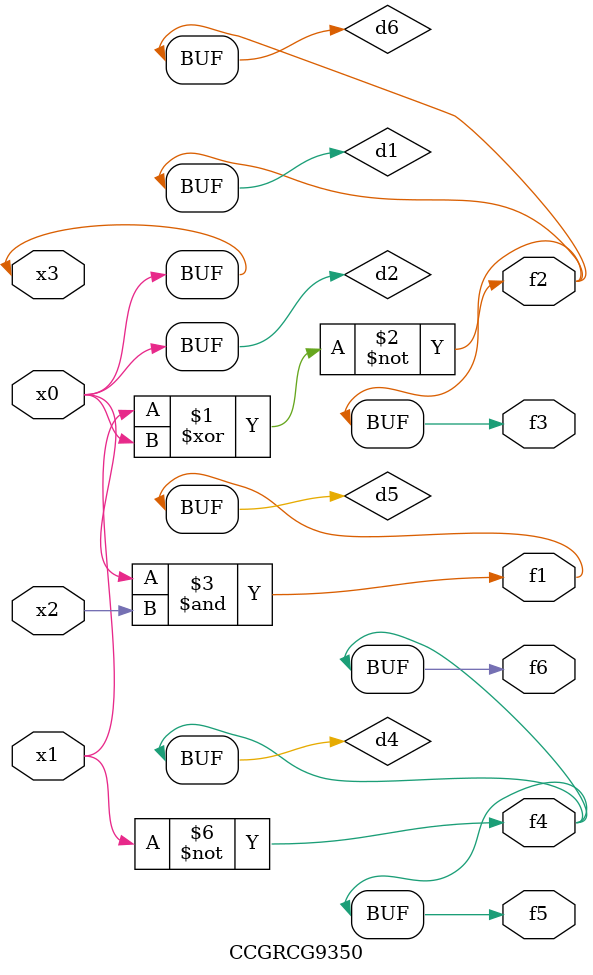
<source format=v>
module CCGRCG9350(
	input x0, x1, x2, x3,
	output f1, f2, f3, f4, f5, f6
);

	wire d1, d2, d3, d4, d5, d6;

	xnor (d1, x1, x3);
	buf (d2, x0, x3);
	nand (d3, x0, x2);
	not (d4, x1);
	nand (d5, d3);
	or (d6, d1);
	assign f1 = d5;
	assign f2 = d6;
	assign f3 = d6;
	assign f4 = d4;
	assign f5 = d4;
	assign f6 = d4;
endmodule

</source>
